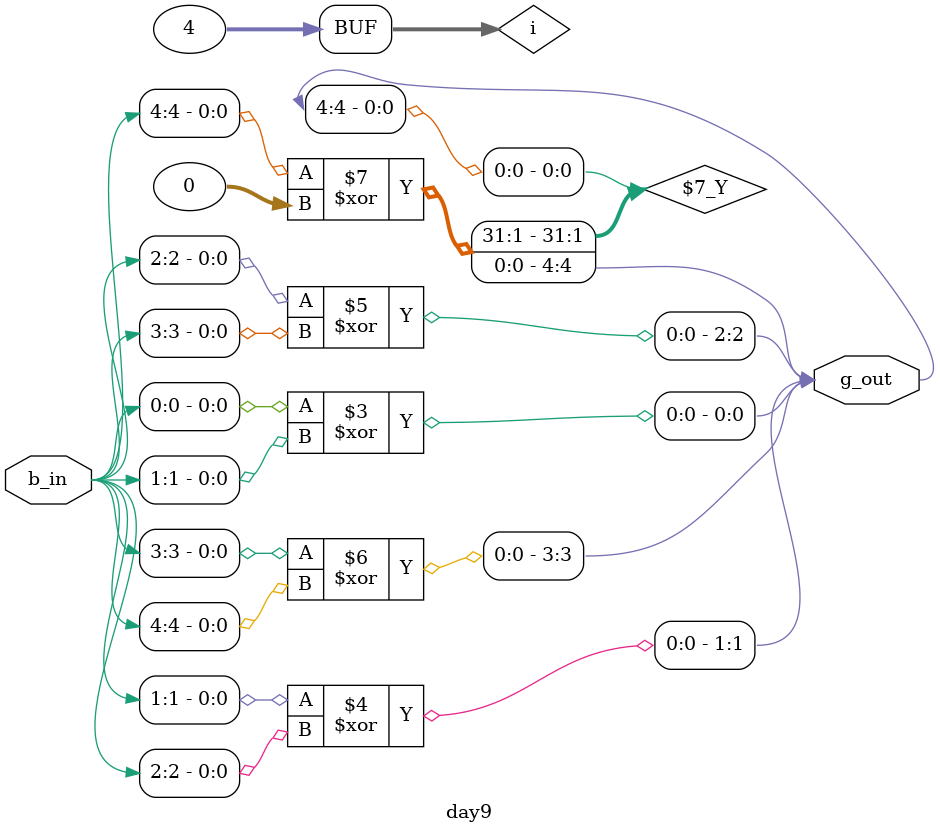
<source format=sv>
module day9 #(parameter width=5)(b_in,g_out);
  input [width-1:0] b_in;
  output reg [width-1:0] g_out;
  
  
  int i=0;
  
  always @(*)
    begin
      for(i=0;i<width-1;i++)
        begin
          g_out[i]=b_in[i] ^ b_in[i+1];
        end
      g_out[width-1]=b_in[width-1]^0;
      $display("bin value is : %4b, gray value is %4b",b_in,g_out);
    end
endmodule
      
  

</source>
